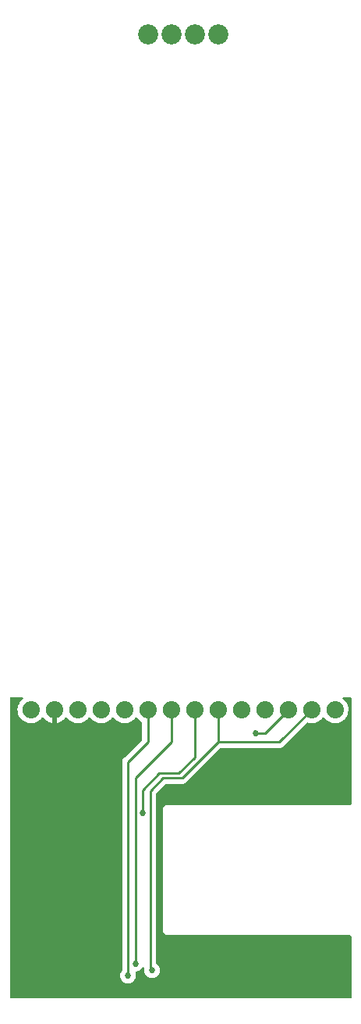
<source format=gbr>
%TF.GenerationSoftware,KiCad,Pcbnew,6.0.2+dfsg-1*%
%TF.CreationDate,2023-03-31T19:08:15-07:00*%
%TF.ProjectId,touchscreen_tester,746f7563-6873-4637-9265-656e5f746573,rev?*%
%TF.SameCoordinates,Original*%
%TF.FileFunction,Copper,L2,Bot*%
%TF.FilePolarity,Positive*%
%FSLAX46Y46*%
G04 Gerber Fmt 4.6, Leading zero omitted, Abs format (unit mm)*
G04 Created by KiCad (PCBNEW 6.0.2+dfsg-1) date 2023-03-31 19:08:15*
%MOMM*%
%LPD*%
G01*
G04 APERTURE LIST*
%TA.AperFunction,ComponentPad*%
%ADD10O,2.184400X2.184400*%
%TD*%
%TA.AperFunction,ComponentPad*%
%ADD11O,1.879600X1.879600*%
%TD*%
%TA.AperFunction,ViaPad*%
%ADD12C,0.685800*%
%TD*%
%TA.AperFunction,Conductor*%
%ADD13C,0.254000*%
%TD*%
G04 APERTURE END LIST*
D10*
%TO.P,U2,P18*%
%TO.N,N/C*%
X143768860Y178920D03*
%TO.P,U2,P17*%
X136148860Y178920D03*
%TO.P,U2,P16*%
X141228860Y178920D03*
%TO.P,U2,P15*%
X138688860Y178920D03*
D11*
%TO.P,U2,P14,T_IRQ*%
%TO.N,unconnected-(U2-PadP14)*%
X156468860Y-73001020D03*
%TO.P,U2,P13,T_DO*%
%TO.N,/MISO*%
X153928860Y-73001020D03*
%TO.P,U2,P12,T_DIN*%
%TO.N,/MOSI*%
X151388860Y-73001020D03*
%TO.P,U2,P11,T_CS*%
%TO.N,/TOUCHCS*%
X148848860Y-73001020D03*
%TO.P,U2,P10,T_CLK*%
%TO.N,/SCK*%
X146308860Y-73001020D03*
%TO.P,U2,P9,SDO*%
%TO.N,/MISO*%
X143768860Y-73001020D03*
%TO.P,U2,P8,LED*%
%TO.N,/LED*%
X141228860Y-73001020D03*
%TO.P,U2,P7,SCK*%
%TO.N,/SCK*%
X138688860Y-73001020D03*
%TO.P,U2,P6,SDI*%
%TO.N,/MOSI*%
X136148860Y-73001020D03*
%TO.P,U2,P5,DC*%
%TO.N,/DC*%
X133608860Y-73001020D03*
%TO.P,U2,P4,RESET*%
%TO.N,/RESET*%
X131068860Y-73001020D03*
%TO.P,U2,P3,CS*%
%TO.N,/TFTCS*%
X128528860Y-73001020D03*
%TO.P,U2,P2,GND*%
%TO.N,GND*%
X125988860Y-73001020D03*
%TO.P,U2,P1,VCC*%
%TO.N,+5V*%
X123448860Y-73001020D03*
%TD*%
D12*
%TO.N,GND*%
X147828000Y-101727000D03*
X151126890Y-101215890D03*
X149352000Y-101219000D03*
X122174000Y-77597000D03*
X134874000Y-75311000D03*
X144018000Y-78613000D03*
X147828000Y-78105000D03*
X152654000Y-77343000D03*
X156718000Y-75819000D03*
X156972000Y-78867000D03*
X156464000Y-102743000D03*
X122936000Y-88265000D03*
X130302000Y-103251000D03*
X122174000Y-103251000D03*
X125730000Y-79629000D03*
X132334000Y-85979000D03*
X127762000Y-86995000D03*
X128016000Y-95123000D03*
X131572000Y-99187000D03*
X129794000Y-93853000D03*
%TO.N,/MOSI*%
X147900000Y-75500000D03*
%TO.N,/LED*%
X135600000Y-84200000D03*
%TO.N,/MOSI*%
X134000000Y-101800000D03*
%TO.N,/MISO*%
X136600000Y-101221800D03*
%TO.N,/SCK*%
X134800000Y-100500000D03*
%TD*%
D13*
%TO.N,/MISO*%
X153928860Y-73001020D02*
X150428860Y-76501020D01*
X150428860Y-76501020D02*
X143768860Y-76501020D01*
%TO.N,/MOSI*%
X147900000Y-75500000D02*
X148889880Y-75500000D01*
X148889880Y-75500000D02*
X151388860Y-73001020D01*
X136148860Y-76501020D02*
X136148860Y-73001020D01*
%TO.N,/SCK*%
X138688860Y-76501020D02*
X138688860Y-73001020D01*
%TO.N,/LED*%
X135600000Y-84200000D02*
X135600000Y-81700000D01*
X137400000Y-79900000D02*
X139500000Y-79900000D01*
X135600000Y-81700000D02*
X137400000Y-79900000D01*
X139500000Y-79900000D02*
X141228860Y-78171140D01*
X141228860Y-78171140D02*
X141228860Y-73001020D01*
%TO.N,/MISO*%
X136600000Y-101221800D02*
X136400000Y-101021800D01*
X136400000Y-101021800D02*
X136400000Y-81800000D01*
X136400000Y-81800000D02*
X137800000Y-80400000D01*
X137800000Y-80400000D02*
X139869880Y-80400000D01*
X139869880Y-80400000D02*
X143768860Y-76501020D01*
X143768860Y-76501020D02*
X143768860Y-73001020D01*
%TO.N,/MOSI*%
X134000000Y-78649880D02*
X136148860Y-76501020D01*
X134000000Y-101800000D02*
X134000000Y-78649880D01*
%TO.N,/SCK*%
X134800000Y-100500000D02*
X134800000Y-80389880D01*
X134800000Y-80389880D02*
X138688860Y-76501020D01*
%TD*%
%TA.AperFunction,Conductor*%
%TO.N,GND*%
G36*
X122555730Y-71648002D02*
G01*
X122602223Y-71701658D01*
X122612327Y-71771932D01*
X122582833Y-71836512D01*
X122563262Y-71854760D01*
X122484000Y-71914272D01*
X122319462Y-72086451D01*
X122316551Y-72090719D01*
X122316547Y-72090724D01*
X122223150Y-72227639D01*
X122185254Y-72283192D01*
X122084982Y-72499211D01*
X122021337Y-72728705D01*
X122020788Y-72733839D01*
X122020788Y-72733841D01*
X122015309Y-72785109D01*
X121996030Y-72965514D01*
X121996327Y-72970666D01*
X121996327Y-72970670D01*
X122002362Y-73075333D01*
X122009739Y-73203275D01*
X122010876Y-73208321D01*
X122010877Y-73208327D01*
X122043971Y-73355176D01*
X122062097Y-73435605D01*
X122064039Y-73440387D01*
X122064040Y-73440391D01*
X122149753Y-73651477D01*
X122151697Y-73656264D01*
X122276134Y-73859326D01*
X122432064Y-74039337D01*
X122615302Y-74191464D01*
X122619754Y-74194066D01*
X122619759Y-74194069D01*
X122813359Y-74307200D01*
X122820925Y-74311621D01*
X123043412Y-74396580D01*
X123048478Y-74397611D01*
X123048479Y-74397611D01*
X123102816Y-74408666D01*
X123276788Y-74444061D01*
X123410981Y-74448982D01*
X123509620Y-74452599D01*
X123509624Y-74452599D01*
X123514784Y-74452788D01*
X123519904Y-74452132D01*
X123519906Y-74452132D01*
X123745883Y-74423184D01*
X123745884Y-74423184D01*
X123751011Y-74422527D01*
X123834060Y-74397611D01*
X123974176Y-74355574D01*
X123974177Y-74355573D01*
X123979122Y-74354090D01*
X124192993Y-74249315D01*
X124197196Y-74246317D01*
X124197201Y-74246314D01*
X124382676Y-74114016D01*
X124382678Y-74114014D01*
X124386880Y-74111017D01*
X124555576Y-73942909D01*
X124558592Y-73938712D01*
X124558599Y-73938704D01*
X124614148Y-73861399D01*
X124670142Y-73817751D01*
X124740846Y-73811305D01*
X124803810Y-73844108D01*
X124818148Y-73860511D01*
X124819920Y-73862932D01*
X124969032Y-74035072D01*
X124976394Y-74042281D01*
X125151615Y-74187753D01*
X125160047Y-74193658D01*
X125356684Y-74308563D01*
X125365967Y-74313010D01*
X125578721Y-74394253D01*
X125588619Y-74397129D01*
X125717110Y-74423271D01*
X125731159Y-74422075D01*
X125734860Y-74411730D01*
X125734860Y-72873020D01*
X125754862Y-72804899D01*
X125808518Y-72758406D01*
X125860860Y-72747020D01*
X126116860Y-72747020D01*
X126184981Y-72767022D01*
X126231474Y-72820678D01*
X126242860Y-72873020D01*
X126242860Y-74410076D01*
X126246924Y-74423918D01*
X126260338Y-74425952D01*
X126285786Y-74422692D01*
X126295851Y-74420552D01*
X126513988Y-74355108D01*
X126523583Y-74351348D01*
X126728094Y-74251158D01*
X126736944Y-74245883D01*
X126922352Y-74113633D01*
X126930212Y-74106990D01*
X127091533Y-73946232D01*
X127098217Y-73938379D01*
X127153529Y-73861404D01*
X127209523Y-73817756D01*
X127280227Y-73811310D01*
X127343191Y-73844113D01*
X127355301Y-73857966D01*
X127356134Y-73859326D01*
X127512064Y-74039337D01*
X127695302Y-74191464D01*
X127699754Y-74194066D01*
X127699759Y-74194069D01*
X127893359Y-74307200D01*
X127900925Y-74311621D01*
X128123412Y-74396580D01*
X128128478Y-74397611D01*
X128128479Y-74397611D01*
X128182816Y-74408666D01*
X128356788Y-74444061D01*
X128490981Y-74448982D01*
X128589620Y-74452599D01*
X128589624Y-74452599D01*
X128594784Y-74452788D01*
X128599904Y-74452132D01*
X128599906Y-74452132D01*
X128825883Y-74423184D01*
X128825884Y-74423184D01*
X128831011Y-74422527D01*
X128914060Y-74397611D01*
X129054176Y-74355574D01*
X129054177Y-74355573D01*
X129059122Y-74354090D01*
X129272993Y-74249315D01*
X129277196Y-74246317D01*
X129277201Y-74246314D01*
X129462676Y-74114016D01*
X129462678Y-74114014D01*
X129466880Y-74111017D01*
X129635576Y-73942909D01*
X129693839Y-73861827D01*
X129749832Y-73818180D01*
X129820536Y-73811734D01*
X129883500Y-73844536D01*
X129895442Y-73858196D01*
X129896134Y-73859326D01*
X130052064Y-74039337D01*
X130235302Y-74191464D01*
X130239754Y-74194066D01*
X130239759Y-74194069D01*
X130433359Y-74307200D01*
X130440925Y-74311621D01*
X130663412Y-74396580D01*
X130668478Y-74397611D01*
X130668479Y-74397611D01*
X130722816Y-74408666D01*
X130896788Y-74444061D01*
X131030981Y-74448982D01*
X131129620Y-74452599D01*
X131129624Y-74452599D01*
X131134784Y-74452788D01*
X131139904Y-74452132D01*
X131139906Y-74452132D01*
X131365883Y-74423184D01*
X131365884Y-74423184D01*
X131371011Y-74422527D01*
X131454060Y-74397611D01*
X131594176Y-74355574D01*
X131594177Y-74355573D01*
X131599122Y-74354090D01*
X131812993Y-74249315D01*
X131817196Y-74246317D01*
X131817201Y-74246314D01*
X132002676Y-74114016D01*
X132002678Y-74114014D01*
X132006880Y-74111017D01*
X132175576Y-73942909D01*
X132233839Y-73861827D01*
X132289832Y-73818180D01*
X132360536Y-73811734D01*
X132423500Y-73844536D01*
X132435442Y-73858196D01*
X132436134Y-73859326D01*
X132592064Y-74039337D01*
X132775302Y-74191464D01*
X132779754Y-74194066D01*
X132779759Y-74194069D01*
X132973359Y-74307200D01*
X132980925Y-74311621D01*
X133203412Y-74396580D01*
X133208478Y-74397611D01*
X133208479Y-74397611D01*
X133262816Y-74408666D01*
X133436788Y-74444061D01*
X133570981Y-74448982D01*
X133669620Y-74452599D01*
X133669624Y-74452599D01*
X133674784Y-74452788D01*
X133679904Y-74452132D01*
X133679906Y-74452132D01*
X133905883Y-74423184D01*
X133905884Y-74423184D01*
X133911011Y-74422527D01*
X133994060Y-74397611D01*
X134134176Y-74355574D01*
X134134177Y-74355573D01*
X134139122Y-74354090D01*
X134352993Y-74249315D01*
X134357196Y-74246317D01*
X134357201Y-74246314D01*
X134542676Y-74114016D01*
X134542678Y-74114014D01*
X134546880Y-74111017D01*
X134715576Y-73942909D01*
X134773839Y-73861827D01*
X134829832Y-73818180D01*
X134900536Y-73811734D01*
X134963500Y-73844536D01*
X134975442Y-73858196D01*
X134976134Y-73859326D01*
X135132064Y-74039337D01*
X135315302Y-74191464D01*
X135319759Y-74194068D01*
X135319764Y-74194072D01*
X135450930Y-74270719D01*
X135499654Y-74322358D01*
X135513360Y-74379507D01*
X135513360Y-76185598D01*
X135493358Y-76253719D01*
X135476456Y-76274692D01*
X134539561Y-77211586D01*
X133606517Y-78144630D01*
X133598191Y-78152206D01*
X133591697Y-78156327D01*
X133586274Y-78162102D01*
X133544915Y-78206145D01*
X133542160Y-78208987D01*
X133522361Y-78228786D01*
X133519937Y-78231911D01*
X133519929Y-78231920D01*
X133519863Y-78232006D01*
X133512155Y-78241031D01*
X133481783Y-78273374D01*
X133477965Y-78280318D01*
X133477964Y-78280320D01*
X133471978Y-78291209D01*
X133461127Y-78307727D01*
X133448650Y-78323813D01*
X133431024Y-78364546D01*
X133425807Y-78375194D01*
X133404431Y-78414077D01*
X133402460Y-78421752D01*
X133402458Y-78421758D01*
X133399369Y-78433791D01*
X133392966Y-78452493D01*
X133384883Y-78471172D01*
X133383644Y-78478997D01*
X133377940Y-78515007D01*
X133375535Y-78526620D01*
X133364500Y-78569598D01*
X133364500Y-78589945D01*
X133362949Y-78609656D01*
X133359765Y-78629759D01*
X133360511Y-78637651D01*
X133363941Y-78673936D01*
X133364500Y-78685794D01*
X133364500Y-101185031D01*
X133344498Y-101253152D01*
X133332142Y-101269335D01*
X133307409Y-101296803D01*
X133276611Y-101350147D01*
X133244324Y-101406070D01*
X133217923Y-101451797D01*
X133162618Y-101622009D01*
X133143910Y-101800000D01*
X133162618Y-101977991D01*
X133164658Y-101984269D01*
X133164658Y-101984270D01*
X133181463Y-102035990D01*
X133217923Y-102148203D01*
X133307409Y-102303197D01*
X133427164Y-102436199D01*
X133571955Y-102541396D01*
X133577983Y-102544080D01*
X133577985Y-102544081D01*
X133729423Y-102611505D01*
X133735454Y-102614190D01*
X133822984Y-102632795D01*
X133904057Y-102650028D01*
X133904061Y-102650028D01*
X133910514Y-102651400D01*
X134089486Y-102651400D01*
X134095939Y-102650028D01*
X134095943Y-102650028D01*
X134177016Y-102632795D01*
X134264546Y-102614190D01*
X134270577Y-102611505D01*
X134422015Y-102544081D01*
X134422017Y-102544080D01*
X134428045Y-102541396D01*
X134572836Y-102436199D01*
X134692591Y-102303197D01*
X134782077Y-102148203D01*
X134818537Y-102035990D01*
X134835342Y-101984270D01*
X134835342Y-101984269D01*
X134837382Y-101977991D01*
X134856090Y-101800000D01*
X134837382Y-101622009D01*
X134801745Y-101512329D01*
X134799717Y-101441363D01*
X134836380Y-101380565D01*
X134895381Y-101350147D01*
X134900657Y-101349025D01*
X135064546Y-101314190D01*
X135070577Y-101311505D01*
X135222015Y-101244081D01*
X135222017Y-101244080D01*
X135228045Y-101241396D01*
X135255017Y-101221800D01*
X135367492Y-101140082D01*
X135367494Y-101140080D01*
X135372836Y-101136199D01*
X135456024Y-101043809D01*
X135488172Y-101008105D01*
X135488173Y-101008104D01*
X135492591Y-101003197D01*
X135528449Y-100941089D01*
X135579830Y-100892097D01*
X135649543Y-100878660D01*
X135715454Y-100905047D01*
X135756637Y-100962879D01*
X135763505Y-101000129D01*
X135764199Y-101022195D01*
X135762273Y-101043773D01*
X135762618Y-101043809D01*
X135743910Y-101221800D01*
X135762618Y-101399791D01*
X135764658Y-101406069D01*
X135764658Y-101406070D01*
X135777656Y-101446074D01*
X135817923Y-101570003D01*
X135821226Y-101575725D01*
X135821227Y-101575726D01*
X135847949Y-101622009D01*
X135907409Y-101724997D01*
X135911827Y-101729904D01*
X135911828Y-101729905D01*
X135974942Y-101800000D01*
X136027164Y-101857999D01*
X136171955Y-101963196D01*
X136177983Y-101965880D01*
X136177985Y-101965881D01*
X136190442Y-101971427D01*
X136335454Y-102035990D01*
X136422984Y-102054595D01*
X136504057Y-102071828D01*
X136504061Y-102071828D01*
X136510514Y-102073200D01*
X136689486Y-102073200D01*
X136695939Y-102071828D01*
X136695943Y-102071828D01*
X136777016Y-102054595D01*
X136864546Y-102035990D01*
X137009558Y-101971427D01*
X137022015Y-101965881D01*
X137022017Y-101965880D01*
X137028045Y-101963196D01*
X137172836Y-101857999D01*
X137225058Y-101800000D01*
X137288172Y-101729905D01*
X137288173Y-101729904D01*
X137292591Y-101724997D01*
X137352051Y-101622009D01*
X137378773Y-101575726D01*
X137378774Y-101575725D01*
X137382077Y-101570003D01*
X137422344Y-101446074D01*
X137435342Y-101406070D01*
X137435342Y-101406069D01*
X137437382Y-101399791D01*
X137456090Y-101221800D01*
X137437382Y-101043809D01*
X137424187Y-101003197D01*
X137384119Y-100879882D01*
X137382077Y-100873597D01*
X137292591Y-100718603D01*
X137172836Y-100585601D01*
X137087439Y-100523556D01*
X137044085Y-100467333D01*
X137035500Y-100421620D01*
X137035500Y-82115422D01*
X137055502Y-82047301D01*
X137072401Y-82026331D01*
X138026330Y-81072403D01*
X138088640Y-81038379D01*
X138115423Y-81035500D01*
X139790860Y-81035500D01*
X139802094Y-81036030D01*
X139809599Y-81037708D01*
X139877892Y-81035562D01*
X139881849Y-81035500D01*
X139909863Y-81035500D01*
X139913788Y-81035004D01*
X139913789Y-81035004D01*
X139913884Y-81034992D01*
X139925729Y-81034059D01*
X139955550Y-81033122D01*
X139962162Y-81032914D01*
X139962163Y-81032914D01*
X139970085Y-81032665D01*
X139989629Y-81026987D01*
X140008992Y-81022977D01*
X140021320Y-81021420D01*
X140021322Y-81021420D01*
X140029179Y-81020427D01*
X140036543Y-81017511D01*
X140036548Y-81017510D01*
X140070436Y-81004093D01*
X140081665Y-81000248D01*
X140098345Y-80995402D01*
X140124273Y-80987869D01*
X140131100Y-80983831D01*
X140131103Y-80983830D01*
X140141786Y-80977512D01*
X140159544Y-80968812D01*
X140171095Y-80964239D01*
X140171101Y-80964235D01*
X140178468Y-80961319D01*
X140214371Y-80935234D01*
X140224290Y-80928719D01*
X140255648Y-80910174D01*
X140255652Y-80910171D01*
X140262478Y-80906134D01*
X140276862Y-80891750D01*
X140291896Y-80878909D01*
X140301953Y-80871602D01*
X140308367Y-80866942D01*
X140336658Y-80832744D01*
X140344647Y-80823965D01*
X143995187Y-77173425D01*
X144057499Y-77139399D01*
X144084282Y-77136520D01*
X150349840Y-77136520D01*
X150361074Y-77137050D01*
X150368579Y-77138728D01*
X150436872Y-77136582D01*
X150440829Y-77136520D01*
X150468843Y-77136520D01*
X150472768Y-77136024D01*
X150472769Y-77136024D01*
X150472864Y-77136012D01*
X150484709Y-77135079D01*
X150514530Y-77134142D01*
X150521142Y-77133934D01*
X150521143Y-77133934D01*
X150529065Y-77133685D01*
X150548609Y-77128007D01*
X150567972Y-77123997D01*
X150580300Y-77122440D01*
X150580302Y-77122440D01*
X150588159Y-77121447D01*
X150595523Y-77118531D01*
X150595528Y-77118530D01*
X150629416Y-77105113D01*
X150640645Y-77101268D01*
X150657325Y-77096422D01*
X150683253Y-77088889D01*
X150690080Y-77084851D01*
X150690083Y-77084850D01*
X150700766Y-77078532D01*
X150718524Y-77069832D01*
X150730075Y-77065259D01*
X150730081Y-77065255D01*
X150737448Y-77062339D01*
X150773351Y-77036254D01*
X150783270Y-77029739D01*
X150814628Y-77011194D01*
X150814632Y-77011191D01*
X150821458Y-77007154D01*
X150835842Y-76992770D01*
X150850876Y-76979929D01*
X150860933Y-76972622D01*
X150867347Y-76967962D01*
X150895638Y-76933764D01*
X150903627Y-76924985D01*
X153400254Y-74428358D01*
X153462566Y-74394332D01*
X153522945Y-74396402D01*
X153523412Y-74396580D01*
X153528478Y-74397611D01*
X153528479Y-74397611D01*
X153582816Y-74408666D01*
X153756788Y-74444061D01*
X153890981Y-74448982D01*
X153989620Y-74452599D01*
X153989624Y-74452599D01*
X153994784Y-74452788D01*
X153999904Y-74452132D01*
X153999906Y-74452132D01*
X154225883Y-74423184D01*
X154225884Y-74423184D01*
X154231011Y-74422527D01*
X154314060Y-74397611D01*
X154454176Y-74355574D01*
X154454177Y-74355573D01*
X154459122Y-74354090D01*
X154672993Y-74249315D01*
X154677196Y-74246317D01*
X154677201Y-74246314D01*
X154862676Y-74114016D01*
X154862678Y-74114014D01*
X154866880Y-74111017D01*
X155035576Y-73942909D01*
X155093839Y-73861827D01*
X155149832Y-73818180D01*
X155220536Y-73811734D01*
X155283500Y-73844536D01*
X155295442Y-73858196D01*
X155296134Y-73859326D01*
X155452064Y-74039337D01*
X155635302Y-74191464D01*
X155639754Y-74194066D01*
X155639759Y-74194069D01*
X155833359Y-74307200D01*
X155840925Y-74311621D01*
X156063412Y-74396580D01*
X156068478Y-74397611D01*
X156068479Y-74397611D01*
X156122816Y-74408666D01*
X156296788Y-74444061D01*
X156430981Y-74448982D01*
X156529620Y-74452599D01*
X156529624Y-74452599D01*
X156534784Y-74452788D01*
X156539904Y-74452132D01*
X156539906Y-74452132D01*
X156765883Y-74423184D01*
X156765884Y-74423184D01*
X156771011Y-74422527D01*
X156854060Y-74397611D01*
X156994176Y-74355574D01*
X156994177Y-74355573D01*
X156999122Y-74354090D01*
X157212993Y-74249315D01*
X157217196Y-74246317D01*
X157217201Y-74246314D01*
X157402676Y-74114016D01*
X157402678Y-74114014D01*
X157406880Y-74111017D01*
X157575576Y-73942909D01*
X157714550Y-73749506D01*
X157760634Y-73656264D01*
X157817777Y-73540644D01*
X157817778Y-73540642D01*
X157820071Y-73536002D01*
X157889303Y-73308131D01*
X157920389Y-73072012D01*
X157922124Y-73001020D01*
X157902610Y-72763664D01*
X157844591Y-72532683D01*
X157749627Y-72314279D01*
X157732554Y-72287887D01*
X157670225Y-72191542D01*
X157620266Y-72114318D01*
X157459984Y-71938170D01*
X157455933Y-71934971D01*
X157455929Y-71934967D01*
X157351990Y-71852882D01*
X157310927Y-71794965D01*
X157307695Y-71724042D01*
X157343320Y-71662631D01*
X157406491Y-71630228D01*
X157430082Y-71628000D01*
X158116000Y-71628000D01*
X158184121Y-71648002D01*
X158230614Y-71701658D01*
X158242000Y-71754000D01*
X158242000Y-83186000D01*
X158221998Y-83254121D01*
X158168342Y-83300614D01*
X158116000Y-83312000D01*
X138311702Y-83312000D01*
X138310932Y-83311998D01*
X138310078Y-83311993D01*
X138233348Y-83311524D01*
X138224719Y-83313990D01*
X138224714Y-83313991D01*
X138204952Y-83319639D01*
X138188191Y-83323217D01*
X138167848Y-83326130D01*
X138167838Y-83326133D01*
X138158955Y-83327405D01*
X138135605Y-83338021D01*
X138118093Y-83344464D01*
X138105200Y-83348149D01*
X138093435Y-83351512D01*
X138068452Y-83367274D01*
X138053386Y-83375404D01*
X138026490Y-83387633D01*
X138007061Y-83404374D01*
X137992053Y-83415479D01*
X137970369Y-83429160D01*
X137964427Y-83435888D01*
X137950819Y-83451296D01*
X137938627Y-83463340D01*
X137916253Y-83482619D01*
X137911374Y-83490147D01*
X137911371Y-83490150D01*
X137902304Y-83504139D01*
X137891014Y-83519013D01*
X137874044Y-83538228D01*
X137861490Y-83564966D01*
X137853176Y-83579935D01*
X137837107Y-83604727D01*
X137834535Y-83613327D01*
X137829761Y-83629290D01*
X137823099Y-83646736D01*
X137812201Y-83669948D01*
X137810820Y-83678821D01*
X137807658Y-83699128D01*
X137803874Y-83715849D01*
X137797986Y-83735536D01*
X137797985Y-83735539D01*
X137795413Y-83744141D01*
X137795358Y-83753116D01*
X137795358Y-83753117D01*
X137795203Y-83778546D01*
X137795170Y-83779328D01*
X137795000Y-83780423D01*
X137795000Y-83811298D01*
X137794998Y-83812068D01*
X137794524Y-83889652D01*
X137794908Y-83890996D01*
X137795000Y-83892341D01*
X137795000Y-96892298D01*
X137794998Y-96893068D01*
X137794524Y-96970652D01*
X137796990Y-96979281D01*
X137796991Y-96979286D01*
X137802639Y-96999048D01*
X137806217Y-97015809D01*
X137809130Y-97036152D01*
X137809133Y-97036162D01*
X137810405Y-97045045D01*
X137821021Y-97068395D01*
X137827464Y-97085907D01*
X137834512Y-97110565D01*
X137850274Y-97135548D01*
X137858404Y-97150614D01*
X137870633Y-97177510D01*
X137887374Y-97196939D01*
X137898479Y-97211947D01*
X137912160Y-97233631D01*
X137918888Y-97239573D01*
X137934296Y-97253181D01*
X137946340Y-97265373D01*
X137965619Y-97287747D01*
X137973147Y-97292626D01*
X137973150Y-97292629D01*
X137987139Y-97301696D01*
X138002013Y-97312986D01*
X138021228Y-97329956D01*
X138029354Y-97333771D01*
X138029355Y-97333772D01*
X138035021Y-97336432D01*
X138047966Y-97342510D01*
X138062935Y-97350824D01*
X138087727Y-97366893D01*
X138096327Y-97369465D01*
X138112290Y-97374239D01*
X138129736Y-97380901D01*
X138152948Y-97391799D01*
X138182130Y-97396343D01*
X138198849Y-97400126D01*
X138218536Y-97406014D01*
X138218539Y-97406015D01*
X138227141Y-97408587D01*
X138236116Y-97408642D01*
X138236117Y-97408642D01*
X138242810Y-97408683D01*
X138261556Y-97408797D01*
X138262328Y-97408830D01*
X138263423Y-97409000D01*
X138294298Y-97409000D01*
X138295068Y-97409002D01*
X138368716Y-97409452D01*
X138368717Y-97409452D01*
X138372652Y-97409476D01*
X138373996Y-97409092D01*
X138375341Y-97409000D01*
X158116000Y-97409000D01*
X158184121Y-97429002D01*
X158230614Y-97482658D01*
X158242000Y-97535000D01*
X158242000Y-104141000D01*
X158221998Y-104209121D01*
X158168342Y-104255614D01*
X158116000Y-104267000D01*
X121284000Y-104267000D01*
X121215879Y-104246998D01*
X121169386Y-104193342D01*
X121158000Y-104141000D01*
X121158000Y-71754000D01*
X121178002Y-71685879D01*
X121231658Y-71639386D01*
X121284000Y-71628000D01*
X122487609Y-71628000D01*
X122555730Y-71648002D01*
G37*
%TD.AperFunction*%
%TD*%
M02*

</source>
